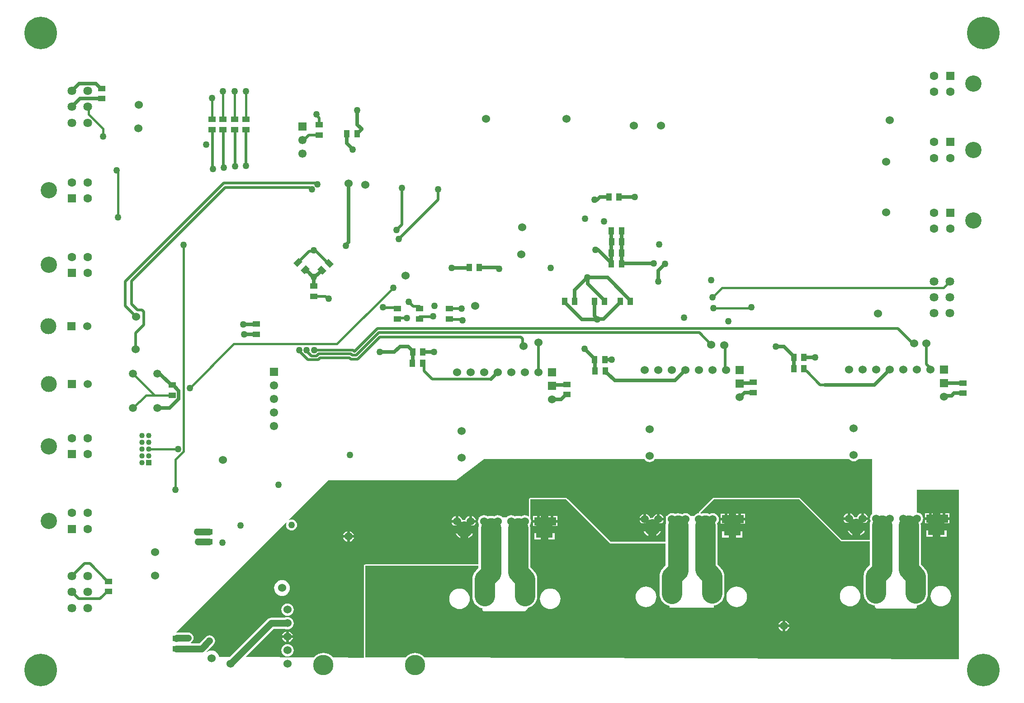
<source format=gbr>
%TF.GenerationSoftware,Altium Limited,Altium Designer,20.1.14 (287)*%
G04 Layer_Physical_Order=4*
G04 Layer_Color=16711680*
%FSLAX25Y25*%
%MOIN*%
%TF.SameCoordinates,420D9B4C-C7A0-47ED-81AF-82C992674030*%
%TF.FilePolarity,Positive*%
%TF.FileFunction,Copper,L4,Bot,Signal*%
%TF.Part,Single*%
G01*
G75*
%TA.AperFunction,SMDPad,CuDef*%
%ADD10R,0.04134X0.05512*%
%ADD11R,0.05512X0.04134*%
%TA.AperFunction,Conductor*%
%ADD26C,0.02500*%
%ADD27C,0.15000*%
%ADD28C,0.01500*%
%ADD29C,0.02000*%
%ADD30C,0.01600*%
%ADD31C,0.01700*%
%ADD34C,0.05000*%
%TA.AperFunction,ComponentPad*%
%ADD37C,0.12008*%
%ADD38C,0.06319*%
%ADD39R,0.06319X0.06319*%
%ADD40C,0.05000*%
%ADD41C,0.06000*%
%ADD42R,0.12000X0.12000*%
%ADD43C,0.12000*%
%ADD44R,0.06000X0.06000*%
%ADD45O,0.09900X0.26300*%
%ADD46C,0.15000*%
%ADD47C,0.10984*%
%ADD48C,0.06417*%
%ADD49C,0.05898*%
%ADD50R,0.06024X0.06024*%
%ADD51C,0.06024*%
%ADD52C,0.11811*%
%ADD53C,0.04000*%
%ADD54R,0.04000X0.04000*%
%ADD55C,0.06102*%
%ADD56R,0.06102X0.06102*%
%TA.AperFunction,ViaPad*%
%ADD57C,0.05000*%
%ADD58C,0.24000*%
%TA.AperFunction,SMDPad,CuDef*%
G04:AMPARAMS|DCode=59|XSize=55.12mil|YSize=41.34mil|CornerRadius=0mil|HoleSize=0mil|Usage=FLASHONLY|Rotation=45.000|XOffset=0mil|YOffset=0mil|HoleType=Round|Shape=Rectangle|*
%AMROTATEDRECTD59*
4,1,4,-0.00487,-0.03410,-0.03410,-0.00487,0.00487,0.03410,0.03410,0.00487,-0.00487,-0.03410,0.0*
%
%ADD59ROTATEDRECTD59*%

G04:AMPARAMS|DCode=60|XSize=55.12mil|YSize=41.34mil|CornerRadius=0mil|HoleSize=0mil|Usage=FLASHONLY|Rotation=315.000|XOffset=0mil|YOffset=0mil|HoleType=Round|Shape=Rectangle|*
%AMROTATEDRECTD60*
4,1,4,-0.03410,0.00487,-0.00487,0.03410,0.03410,-0.00487,0.00487,-0.03410,-0.03410,0.00487,0.0*
%
%ADD60ROTATEDRECTD60*%

G36*
X628000Y130070D02*
X627791Y129909D01*
X627069Y128969D01*
X626616Y127875D01*
X626461Y126700D01*
X626616Y125525D01*
X626889Y124865D01*
X626489Y123548D01*
X626316Y121783D01*
Y111000D01*
X605809D01*
X575088Y141721D01*
X574757Y141942D01*
X574367Y142020D01*
X511233Y142020D01*
X510843Y141942D01*
X510512Y141721D01*
X500596Y131805D01*
X500503Y131666D01*
X500402Y131535D01*
X500393Y131502D01*
X500374Y131474D01*
X500342Y131311D01*
X500299Y131150D01*
X500252Y131030D01*
X499996Y130727D01*
X499875Y130657D01*
X499325Y130584D01*
X498231Y130131D01*
X497291Y129409D01*
X496593Y128500D01*
X494407D01*
X493709Y129409D01*
X492769Y130131D01*
X491675Y130584D01*
X490500Y130739D01*
X489325Y130584D01*
X488231Y130131D01*
X488018Y129968D01*
X486623Y130391D01*
X484859Y130564D01*
X483095Y130391D01*
X482545Y130224D01*
X481675Y130584D01*
X480500Y130739D01*
X479325Y130584D01*
X478231Y130131D01*
X477291Y129409D01*
X476593Y128500D01*
X476000D01*
Y126495D01*
X475961Y126200D01*
X476000Y125905D01*
Y123320D01*
X475989Y123285D01*
X475816Y121521D01*
Y117903D01*
X475600Y117500D01*
Y109500D01*
X435500Y109500D01*
X417500Y127500D01*
X404000Y141000D01*
X403809D01*
X403088Y141721D01*
X402757Y141942D01*
X402367Y142020D01*
X376000Y142020D01*
X375610Y141942D01*
X375279Y141721D01*
X375058Y141390D01*
X374980Y141000D01*
X374980Y128650D01*
X374532Y128429D01*
X374269Y128631D01*
X373175Y129084D01*
X372000Y129239D01*
X370825Y129084D01*
X369731Y128631D01*
X369389Y128369D01*
X368623Y128601D01*
X366859Y128775D01*
X365095Y128601D01*
X364531Y128430D01*
X364269Y128631D01*
X363175Y129084D01*
X362000Y129239D01*
X360825Y129084D01*
X359731Y128631D01*
X358791Y127909D01*
X358476Y127500D01*
X355524Y127500D01*
X355209Y127909D01*
X354269Y128631D01*
X353175Y129084D01*
X352000Y129239D01*
X350825Y129084D01*
X349731Y128631D01*
X349359Y128345D01*
X348623Y128568D01*
X346859Y128742D01*
X345095Y128568D01*
X344562Y128407D01*
X344269Y128631D01*
X343175Y129084D01*
X342000Y129239D01*
X340825Y129084D01*
X339731Y128631D01*
X338791Y127909D01*
X338476Y127500D01*
X338000D01*
Y126802D01*
X337616Y125875D01*
X337461Y124700D01*
X337616Y123525D01*
X338000Y122598D01*
Y121498D01*
X337989Y121463D01*
X337816Y119699D01*
Y92887D01*
X254500D01*
X254110Y92809D01*
X253779Y92588D01*
X253720Y92500D01*
X253500D01*
Y91966D01*
X253480Y91867D01*
Y24500D01*
X253218Y24100D01*
X253122Y24003D01*
X230489Y24170D01*
X229895Y24895D01*
X228524Y26019D01*
X226961Y26855D01*
X225264Y27370D01*
X223500Y27544D01*
X221736Y27370D01*
X220039Y26855D01*
X218476Y26019D01*
X217105Y24895D01*
X216595Y24273D01*
X166502Y24644D01*
X166313Y25107D01*
X186671Y45465D01*
X194981D01*
X195825Y45116D01*
X197000Y44961D01*
X198175Y45116D01*
X199269Y45569D01*
X200209Y46291D01*
X200931Y47231D01*
X201384Y48325D01*
X201539Y49500D01*
X201384Y50675D01*
X200931Y51769D01*
X200209Y52709D01*
X199269Y53431D01*
X198175Y53884D01*
X197000Y54039D01*
X195825Y53884D01*
X194981Y53535D01*
X185000D01*
X185000Y53535D01*
X183956Y53397D01*
X182983Y52994D01*
X182147Y52353D01*
X182147Y52353D01*
X154527Y24733D01*
X146669Y24791D01*
X146384Y25730D01*
X145846Y26738D01*
X145121Y27621D01*
X144238Y28346D01*
X143230Y28884D01*
X142137Y29216D01*
X141000Y29328D01*
X139863Y29216D01*
X138770Y28884D01*
X137762Y28346D01*
X137743Y28330D01*
X137407Y28701D01*
X142353Y33647D01*
X142994Y34483D01*
X143397Y35456D01*
X143535Y36500D01*
X143397Y37544D01*
X142994Y38517D01*
X142353Y39353D01*
X141517Y39994D01*
X140544Y40397D01*
X139500Y40534D01*
X138456Y40397D01*
X137483Y39994D01*
X136647Y39353D01*
X132089Y34794D01*
X126022D01*
X125853Y35294D01*
X126487Y35781D01*
X127128Y36617D01*
X127531Y37590D01*
X127668Y38634D01*
X127531Y39678D01*
X127128Y40651D01*
X126487Y41487D01*
X125651Y42128D01*
X124678Y42531D01*
X123634Y42668D01*
X115375D01*
X115106Y43106D01*
X195928Y123928D01*
X196352Y123644D01*
X196103Y123044D01*
X195966Y122000D01*
X196103Y120956D01*
X196506Y119983D01*
X197147Y119147D01*
X197983Y118506D01*
X198956Y118103D01*
X200000Y117965D01*
X201044Y118103D01*
X202017Y118506D01*
X202853Y119147D01*
X203494Y119983D01*
X203897Y120956D01*
X204034Y122000D01*
X203897Y123044D01*
X203494Y124017D01*
X202853Y124853D01*
X202017Y125494D01*
X201044Y125897D01*
X200000Y126034D01*
X198956Y125897D01*
X198355Y125648D01*
X198072Y126072D01*
X227000Y155000D01*
X321440Y155000D01*
X341900Y170500D01*
X460246D01*
X460791Y169791D01*
X461731Y169069D01*
X462825Y168616D01*
X464000Y168461D01*
X465175Y168616D01*
X466269Y169069D01*
X467209Y169791D01*
X467754Y170500D01*
X611130D01*
X611291Y170291D01*
X612231Y169569D01*
X613325Y169116D01*
X614500Y168961D01*
X615675Y169116D01*
X616769Y169569D01*
X617709Y170291D01*
X617870Y170500D01*
X628000D01*
X628000Y130070D01*
D02*
G37*
G36*
X692000Y23206D02*
X691646Y22853D01*
X297951Y24217D01*
X297395Y24895D01*
X296024Y26019D01*
X294461Y26855D01*
X292764Y27370D01*
X291000Y27544D01*
X289236Y27370D01*
X287539Y26855D01*
X285976Y26019D01*
X284605Y24895D01*
X284088Y24265D01*
X254500Y24367D01*
Y91867D01*
X337816D01*
Y90352D01*
X335876Y88413D01*
X334752Y87042D01*
X333916Y85479D01*
X333401Y83783D01*
X333227Y82018D01*
X333227Y82018D01*
Y69498D01*
X333401Y67734D01*
X333916Y66038D01*
X334752Y64474D01*
X335876Y63104D01*
X337247Y61979D01*
X338810Y61143D01*
X340507Y60629D01*
X340600Y60619D01*
Y59367D01*
X340864Y58731D01*
X340907Y58687D01*
X341544Y58424D01*
X372000D01*
X372636Y58687D01*
X374136Y60187D01*
X374400Y60824D01*
Y60837D01*
X375520Y61176D01*
X377083Y62012D01*
X378454Y63137D01*
X379579Y64507D01*
X380414Y66071D01*
X380929Y67767D01*
X381103Y69532D01*
Y82051D01*
X381103Y82051D01*
X380929Y83815D01*
X380414Y85512D01*
X379579Y87076D01*
X378454Y88446D01*
X375903Y90997D01*
Y119731D01*
X375729Y121496D01*
X375583Y121977D01*
X375931Y122431D01*
X376384Y123525D01*
X376539Y124700D01*
X376384Y125875D01*
X376000Y126802D01*
X376000Y141000D01*
X402367Y141000D01*
X435000Y108367D01*
X475816Y108367D01*
Y92175D01*
X473876Y90235D01*
X472752Y88865D01*
X471916Y87301D01*
X471401Y85605D01*
X471228Y83841D01*
X471228Y83840D01*
Y71321D01*
X471401Y69557D01*
X471916Y67860D01*
X472752Y66296D01*
X473876Y64926D01*
X475247Y63801D01*
X476810Y62966D01*
X478507Y62451D01*
X478600Y62442D01*
Y61324D01*
X478789Y60867D01*
X511400D01*
Y62569D01*
X511824Y62611D01*
X513520Y63125D01*
X515084Y63961D01*
X516454Y65086D01*
X517579Y66456D01*
X518414Y68020D01*
X518929Y69716D01*
X519103Y71481D01*
Y84000D01*
X519103Y84000D01*
X518929Y85765D01*
X518414Y87461D01*
X517579Y89025D01*
X516454Y90395D01*
X513903Y92946D01*
Y121681D01*
X513766Y123065D01*
X514431Y123931D01*
X514884Y125025D01*
X515039Y126200D01*
X514884Y127375D01*
X514431Y128469D01*
X513709Y129409D01*
X512769Y130131D01*
X511675Y130584D01*
X510500Y130739D01*
X509325Y130584D01*
X508231Y130131D01*
X508167Y130082D01*
X506624Y130550D01*
X504859Y130724D01*
X503095Y130550D01*
X502322Y130316D01*
X501675Y130584D01*
X501477Y130610D01*
X501316Y131084D01*
X511233Y141000D01*
X574367Y141000D01*
X605500Y109867D01*
X626316Y109867D01*
Y92437D01*
X624376Y90498D01*
X623252Y89127D01*
X622416Y87564D01*
X621901Y85868D01*
X621728Y84103D01*
X621728Y84103D01*
Y71583D01*
X621901Y69819D01*
X622416Y68123D01*
X623252Y66559D01*
X624376Y65189D01*
X625747Y64064D01*
X627310Y63228D01*
X629007Y62714D01*
X630100Y62606D01*
Y61812D01*
X630364Y61176D01*
X630852Y60687D01*
X631488Y60424D01*
X660000D01*
X660900Y61324D01*
Y62544D01*
X661824Y62635D01*
X663520Y63149D01*
X665084Y63985D01*
X666454Y65110D01*
X667579Y66480D01*
X668414Y68044D01*
X668929Y69740D01*
X669103Y71504D01*
Y84024D01*
X669103Y84024D01*
X668929Y85788D01*
X668414Y87485D01*
X667579Y89048D01*
X666454Y90419D01*
X663903Y92970D01*
Y121704D01*
X663761Y123146D01*
X664209Y123491D01*
X664931Y124431D01*
X665384Y125525D01*
X665539Y126700D01*
X665384Y127875D01*
X664931Y128969D01*
X664209Y129909D01*
X663269Y130631D01*
X662175Y131084D01*
X661000Y131239D01*
X660900Y131326D01*
Y148000D01*
X692000Y148000D01*
X692000Y23206D01*
D02*
G37*
%LPC*%
G36*
X622000Y130603D02*
Y127700D01*
X624903D01*
X624897Y127744D01*
X624494Y128717D01*
X623853Y129553D01*
X623017Y130194D01*
X622044Y130597D01*
X622000Y130603D01*
D02*
G37*
G36*
X610000D02*
X609956Y130597D01*
X608983Y130194D01*
X608147Y129553D01*
X607506Y128717D01*
X607103Y127744D01*
X607097Y127700D01*
X610000D01*
Y130603D01*
D02*
G37*
G36*
X471500Y130103D02*
Y127200D01*
X474403D01*
X474397Y127244D01*
X473994Y128217D01*
X473353Y129053D01*
X472517Y129694D01*
X471544Y130097D01*
X471500Y130103D01*
D02*
G37*
G36*
X459500D02*
X459456Y130097D01*
X458483Y129694D01*
X457647Y129053D01*
X457006Y128217D01*
X456603Y127244D01*
X456597Y127200D01*
X459500D01*
Y130103D01*
D02*
G37*
G36*
X333000Y128603D02*
Y125700D01*
X335903D01*
X335897Y125744D01*
X335494Y126717D01*
X334853Y127553D01*
X334017Y128194D01*
X333044Y128597D01*
X333000Y128603D01*
D02*
G37*
G36*
X321000D02*
X320956Y128597D01*
X319983Y128194D01*
X319147Y127553D01*
X318506Y126717D01*
X318103Y125744D01*
X318097Y125700D01*
X321000D01*
Y128603D01*
D02*
G37*
G36*
X612000Y130603D02*
Y126700D01*
X611000D01*
Y125700D01*
X607097D01*
X607103Y125656D01*
X607506Y124683D01*
X608147Y123847D01*
X608339Y123700D01*
X616400D01*
X623661D01*
X623853Y123847D01*
X624494Y124683D01*
X624897Y125656D01*
X624903Y125700D01*
X621000D01*
Y126700D01*
X620000D01*
Y130603D01*
X619956Y130597D01*
X618983Y130194D01*
X618147Y129553D01*
X617506Y128717D01*
X617103Y127744D01*
X617093Y127666D01*
X616400Y127734D01*
X615028Y127599D01*
X614906Y127677D01*
X614897Y127744D01*
X614494Y128717D01*
X613853Y129553D01*
X613017Y130194D01*
X612044Y130597D01*
X612000Y130603D01*
D02*
G37*
G36*
X461500Y130103D02*
Y126200D01*
X460500D01*
Y125200D01*
X456597D01*
X456603Y125156D01*
X457006Y124183D01*
X457647Y123347D01*
X457839Y123200D01*
X465900D01*
X473161D01*
X473353Y123347D01*
X473994Y124183D01*
X474397Y125156D01*
X474403Y125200D01*
X470500D01*
Y126200D01*
X469500D01*
Y130103D01*
X469456Y130097D01*
X468483Y129694D01*
X467647Y129053D01*
X467006Y128217D01*
X466603Y127244D01*
X466593Y127166D01*
X465900Y127234D01*
X464528Y127099D01*
X464406Y127177D01*
X464397Y127244D01*
X463994Y128217D01*
X463353Y129053D01*
X462517Y129694D01*
X461544Y130097D01*
X461500Y130103D01*
D02*
G37*
G36*
X323000Y128603D02*
Y124700D01*
X322000D01*
Y123700D01*
X318097D01*
X318103Y123656D01*
X318506Y122683D01*
X319147Y121847D01*
X319339Y121700D01*
X327400D01*
X334661D01*
X334853Y121847D01*
X335494Y122683D01*
X335897Y123656D01*
X335903Y123700D01*
X332000D01*
Y124700D01*
X331000D01*
Y128603D01*
X330956Y128597D01*
X329983Y128194D01*
X329147Y127553D01*
X328506Y126717D01*
X328103Y125744D01*
X328093Y125666D01*
X327400Y125734D01*
X326028Y125599D01*
X325906Y125677D01*
X325897Y125744D01*
X325494Y126717D01*
X324853Y127553D01*
X324017Y128194D01*
X323044Y128597D01*
X323000Y128603D01*
D02*
G37*
G36*
X243000Y117403D02*
Y114500D01*
X245903D01*
X245897Y114544D01*
X245494Y115517D01*
X244853Y116353D01*
X244017Y116994D01*
X243044Y117397D01*
X243000Y117403D01*
D02*
G37*
G36*
X241000D02*
X240956Y117397D01*
X239983Y116994D01*
X239147Y116353D01*
X238506Y115517D01*
X238103Y114544D01*
X238097Y114500D01*
X241000D01*
Y117403D01*
D02*
G37*
G36*
X622734Y117700D02*
X619400D01*
Y114366D01*
X620308Y114851D01*
X621374Y115726D01*
X622248Y116792D01*
X622734Y117700D01*
D02*
G37*
G36*
X613400D02*
X610066D01*
X610552Y116792D01*
X611426Y115726D01*
X612492Y114851D01*
X613400Y114366D01*
Y117700D01*
D02*
G37*
G36*
X472234Y117200D02*
X468900D01*
Y113866D01*
X469808Y114351D01*
X470874Y115226D01*
X471748Y116292D01*
X472234Y117200D01*
D02*
G37*
G36*
X462900D02*
X459566D01*
X460052Y116292D01*
X460926Y115226D01*
X461992Y114351D01*
X462900Y113866D01*
Y117200D01*
D02*
G37*
G36*
X333734Y115700D02*
X330400D01*
Y112366D01*
X331308Y112852D01*
X332374Y113726D01*
X333248Y114792D01*
X333734Y115700D01*
D02*
G37*
G36*
X324400D02*
X321066D01*
X321551Y114792D01*
X322426Y113726D01*
X323492Y112852D01*
X324400Y112366D01*
Y115700D01*
D02*
G37*
G36*
X245903Y112500D02*
X243000D01*
Y109597D01*
X243044Y109603D01*
X244017Y110006D01*
X244853Y110647D01*
X245494Y111483D01*
X245897Y112456D01*
X245903Y112500D01*
D02*
G37*
G36*
X241000D02*
X238097D01*
X238103Y112456D01*
X238506Y111483D01*
X239147Y110647D01*
X239983Y110006D01*
X240956Y109603D01*
X241000Y109597D01*
Y112500D01*
D02*
G37*
G36*
X193000Y81328D02*
X191863Y81216D01*
X190770Y80884D01*
X189762Y80346D01*
X188879Y79621D01*
X188154Y78738D01*
X187616Y77730D01*
X187284Y76637D01*
X187172Y75500D01*
X187284Y74363D01*
X187616Y73270D01*
X188154Y72262D01*
X188879Y71379D01*
X189762Y70654D01*
X190770Y70116D01*
X191863Y69784D01*
X193000Y69672D01*
X194137Y69784D01*
X195230Y70116D01*
X196238Y70654D01*
X197121Y71379D01*
X197846Y72262D01*
X198384Y73270D01*
X198716Y74363D01*
X198828Y75500D01*
X198716Y76637D01*
X198384Y77730D01*
X197846Y78738D01*
X197121Y79621D01*
X196238Y80346D01*
X195230Y80884D01*
X194137Y81216D01*
X193000Y81328D01*
D02*
G37*
G36*
X197000Y64039D02*
X195825Y63884D01*
X194731Y63431D01*
X193791Y62709D01*
X193069Y61769D01*
X192616Y60675D01*
X192461Y59500D01*
X192616Y58325D01*
X193069Y57231D01*
X193791Y56291D01*
X194731Y55569D01*
X195825Y55116D01*
X197000Y54961D01*
X198175Y55116D01*
X199269Y55569D01*
X200209Y56291D01*
X200931Y57231D01*
X201384Y58325D01*
X201539Y59500D01*
X201384Y60675D01*
X200931Y61769D01*
X200209Y62709D01*
X199269Y63431D01*
X198175Y63884D01*
X197000Y64039D01*
D02*
G37*
G36*
X198000Y43403D02*
Y40500D01*
X200903D01*
X200897Y40544D01*
X200494Y41517D01*
X199853Y42353D01*
X199017Y42994D01*
X198044Y43397D01*
X198000Y43403D01*
D02*
G37*
G36*
X196000D02*
X195956Y43397D01*
X194983Y42994D01*
X194147Y42353D01*
X193506Y41517D01*
X193103Y40544D01*
X193097Y40500D01*
X196000D01*
Y43403D01*
D02*
G37*
G36*
X200903Y38500D02*
X198000D01*
Y35597D01*
X198044Y35603D01*
X199017Y36006D01*
X199853Y36647D01*
X200494Y37483D01*
X200897Y38456D01*
X200903Y38500D01*
D02*
G37*
G36*
X196000D02*
X193097D01*
X193103Y38456D01*
X193506Y37483D01*
X194147Y36647D01*
X194983Y36006D01*
X195956Y35603D01*
X196000Y35597D01*
Y38500D01*
D02*
G37*
G36*
X197000Y34039D02*
X195825Y33884D01*
X194731Y33431D01*
X193791Y32709D01*
X193069Y31769D01*
X192616Y30675D01*
X192461Y29500D01*
X192616Y28325D01*
X193069Y27231D01*
X193791Y26291D01*
X194731Y25569D01*
X195825Y25116D01*
X197000Y24961D01*
X198175Y25116D01*
X199269Y25569D01*
X200209Y26291D01*
X200931Y27231D01*
X201384Y28325D01*
X201539Y29500D01*
X201384Y30675D01*
X200931Y31769D01*
X200209Y32709D01*
X199269Y33431D01*
X198175Y33884D01*
X197000Y34039D01*
D02*
G37*
G36*
X685000Y130700D02*
X682000D01*
Y127700D01*
X685000D01*
Y130700D01*
D02*
G37*
G36*
X670000D02*
X667000D01*
Y127700D01*
X670000D01*
Y130700D01*
D02*
G37*
G36*
X534500Y130200D02*
X531500D01*
Y127200D01*
X534500D01*
Y130200D01*
D02*
G37*
G36*
X519500D02*
X516500D01*
Y127200D01*
X519500D01*
Y130200D01*
D02*
G37*
G36*
X396000Y128700D02*
X393000D01*
Y125700D01*
X396000D01*
Y128700D01*
D02*
G37*
G36*
X381000D02*
X378000D01*
Y125700D01*
X381000D01*
Y128700D01*
D02*
G37*
G36*
X680000Y130700D02*
X678250D01*
Y123450D01*
X685000D01*
Y125700D01*
X681000D01*
Y126700D01*
X680000D01*
Y130700D01*
D02*
G37*
G36*
X672750D02*
X672000D01*
Y126700D01*
X671000D01*
Y125700D01*
X667000D01*
Y123450D01*
X672750D01*
Y130700D01*
D02*
G37*
G36*
X529500Y130200D02*
X527750D01*
Y122950D01*
X534500D01*
Y125200D01*
X530500D01*
Y126200D01*
X529500D01*
Y130200D01*
D02*
G37*
G36*
X522250D02*
X521500D01*
Y126200D01*
X520500D01*
Y125200D01*
X516500D01*
Y122950D01*
X522250D01*
Y130200D01*
D02*
G37*
G36*
X391000Y128700D02*
X389250D01*
Y121450D01*
X396000D01*
Y123700D01*
X392000D01*
Y124700D01*
X391000D01*
Y128700D01*
D02*
G37*
G36*
X383750D02*
X383000D01*
Y124700D01*
X382000D01*
Y123700D01*
X378000D01*
Y121450D01*
X383750D01*
Y128700D01*
D02*
G37*
G36*
X683000Y117950D02*
X678250D01*
Y113200D01*
X683000D01*
Y117950D01*
D02*
G37*
G36*
X672750D02*
X668000D01*
Y113200D01*
X672750D01*
Y117950D01*
D02*
G37*
G36*
X532500Y117450D02*
X527750D01*
Y112700D01*
X532500D01*
Y117450D01*
D02*
G37*
G36*
X522250D02*
X517500D01*
Y112700D01*
X522250D01*
Y117450D01*
D02*
G37*
G36*
X394000Y115950D02*
X389250D01*
Y111200D01*
X394000D01*
Y115950D01*
D02*
G37*
G36*
X383750D02*
X379000D01*
Y111200D01*
X383750D01*
Y115950D01*
D02*
G37*
G36*
X678701Y77115D02*
X677218Y76969D01*
X675793Y76537D01*
X674479Y75835D01*
X673327Y74889D01*
X672382Y73738D01*
X671680Y72424D01*
X671247Y70998D01*
X671101Y69516D01*
X671247Y68033D01*
X671680Y66607D01*
X672382Y65294D01*
X673327Y64142D01*
X674479Y63197D01*
X675793Y62495D01*
X677218Y62062D01*
X678701Y61916D01*
X680183Y62062D01*
X681609Y62495D01*
X682923Y63197D01*
X684074Y64142D01*
X685020Y65294D01*
X685722Y66607D01*
X686154Y68033D01*
X686300Y69516D01*
X686154Y70998D01*
X685722Y72424D01*
X685020Y73738D01*
X684074Y74889D01*
X682923Y75835D01*
X681609Y76537D01*
X680183Y76969D01*
X678701Y77115D01*
D02*
G37*
G36*
X611811D02*
X610328Y76969D01*
X608903Y76537D01*
X607589Y75835D01*
X606437Y74889D01*
X605492Y73738D01*
X604790Y72424D01*
X604357Y70998D01*
X604211Y69516D01*
X604357Y68033D01*
X604790Y66607D01*
X605492Y65294D01*
X606437Y64142D01*
X607589Y63197D01*
X608903Y62495D01*
X610328Y62062D01*
X611811Y61916D01*
X613294Y62062D01*
X614719Y62495D01*
X616033Y63197D01*
X617185Y64142D01*
X618130Y65294D01*
X618832Y66607D01*
X619265Y68033D01*
X619411Y69516D01*
X619265Y70998D01*
X618832Y72424D01*
X618130Y73738D01*
X617185Y74889D01*
X616033Y75835D01*
X614719Y76537D01*
X613294Y76969D01*
X611811Y77115D01*
D02*
G37*
G36*
X528189Y76615D02*
X526706Y76469D01*
X525281Y76037D01*
X523967Y75335D01*
X522815Y74389D01*
X521870Y73238D01*
X521168Y71924D01*
X520735Y70498D01*
X520589Y69016D01*
X520735Y67533D01*
X521168Y66107D01*
X521870Y64794D01*
X522815Y63642D01*
X523967Y62697D01*
X525281Y61995D01*
X526706Y61562D01*
X528189Y61416D01*
X529672Y61562D01*
X531097Y61995D01*
X532411Y62697D01*
X533563Y63642D01*
X534508Y64794D01*
X535210Y66107D01*
X535642Y67533D01*
X535789Y69016D01*
X535642Y70498D01*
X535210Y71924D01*
X534508Y73238D01*
X533563Y74389D01*
X532411Y75335D01*
X531097Y76037D01*
X529672Y76469D01*
X528189Y76615D01*
D02*
G37*
G36*
X461299D02*
X459817Y76469D01*
X458391Y76037D01*
X457077Y75335D01*
X455926Y74389D01*
X454980Y73238D01*
X454278Y71924D01*
X453846Y70498D01*
X453700Y69016D01*
X453846Y67533D01*
X454278Y66107D01*
X454980Y64794D01*
X455926Y63642D01*
X457077Y62697D01*
X458391Y61995D01*
X459817Y61562D01*
X461299Y61416D01*
X462782Y61562D01*
X464207Y61995D01*
X465521Y62697D01*
X466673Y63642D01*
X467618Y64794D01*
X468320Y66107D01*
X468753Y67533D01*
X468899Y69016D01*
X468753Y70498D01*
X468320Y71924D01*
X467618Y73238D01*
X466673Y74389D01*
X465521Y75335D01*
X464207Y76037D01*
X462782Y76469D01*
X461299Y76615D01*
D02*
G37*
G36*
X390701Y75115D02*
X389218Y74969D01*
X387793Y74537D01*
X386479Y73835D01*
X385327Y72890D01*
X384382Y71738D01*
X383680Y70424D01*
X383247Y68998D01*
X383101Y67516D01*
X383247Y66033D01*
X383680Y64608D01*
X384382Y63294D01*
X385327Y62142D01*
X386479Y61197D01*
X387793Y60495D01*
X389218Y60062D01*
X390701Y59916D01*
X392183Y60062D01*
X393609Y60495D01*
X394923Y61197D01*
X396075Y62142D01*
X397020Y63294D01*
X397722Y64608D01*
X398154Y66033D01*
X398300Y67516D01*
X398154Y68998D01*
X397722Y70424D01*
X397020Y71738D01*
X396075Y72890D01*
X394923Y73835D01*
X393609Y74537D01*
X392183Y74969D01*
X390701Y75115D01*
D02*
G37*
G36*
X323811D02*
X322328Y74969D01*
X320903Y74537D01*
X319589Y73835D01*
X318437Y72890D01*
X317492Y71738D01*
X316790Y70424D01*
X316357Y68998D01*
X316212Y67516D01*
X316357Y66033D01*
X316790Y64608D01*
X317492Y63294D01*
X318437Y62142D01*
X319589Y61197D01*
X320903Y60495D01*
X322328Y60062D01*
X323811Y59916D01*
X325294Y60062D01*
X326719Y60495D01*
X328033Y61197D01*
X329185Y62142D01*
X330130Y63294D01*
X330832Y64608D01*
X331265Y66033D01*
X331411Y67516D01*
X331265Y68998D01*
X330832Y70424D01*
X330130Y71738D01*
X329185Y72890D01*
X328033Y73835D01*
X326719Y74537D01*
X325294Y74969D01*
X323811Y75115D01*
D02*
G37*
G36*
X564000Y51403D02*
Y48500D01*
X566903D01*
X566897Y48544D01*
X566494Y49517D01*
X565853Y50353D01*
X565017Y50994D01*
X564044Y51397D01*
X564000Y51403D01*
D02*
G37*
G36*
X562000D02*
X561956Y51397D01*
X560983Y50994D01*
X560147Y50353D01*
X559506Y49517D01*
X559103Y48544D01*
X559097Y48500D01*
X562000D01*
Y51403D01*
D02*
G37*
G36*
X566903Y46500D02*
X564000D01*
Y43597D01*
X564044Y43603D01*
X565017Y44006D01*
X565853Y44647D01*
X566494Y45483D01*
X566897Y46456D01*
X566903Y46500D01*
D02*
G37*
G36*
X562000D02*
X559097D01*
X559103Y46456D01*
X559506Y45483D01*
X560147Y44647D01*
X560983Y44006D01*
X561956Y43603D01*
X562000Y43597D01*
Y46500D01*
D02*
G37*
%LPD*%
D10*
X442260Y287000D02*
D03*
X449740D02*
D03*
X423260D02*
D03*
X430740D02*
D03*
X401260D02*
D03*
X408740D02*
D03*
X248240Y410500D02*
D03*
X240760D02*
D03*
X570291Y237366D02*
D03*
X577772D02*
D03*
X577772Y245634D02*
D03*
X570291D02*
D03*
X430980Y244000D02*
D03*
X423500D02*
D03*
X423760Y235500D02*
D03*
X431240D02*
D03*
X296683Y249683D02*
D03*
X289203D02*
D03*
X289183Y241183D02*
D03*
X296663D02*
D03*
X443240Y322500D02*
D03*
X435760D02*
D03*
X443240Y314500D02*
D03*
X435760D02*
D03*
X435760Y339000D02*
D03*
X443240D02*
D03*
X443480Y331000D02*
D03*
X436000D02*
D03*
X434020Y364000D02*
D03*
X441500D02*
D03*
X338480Y312000D02*
D03*
X331000D02*
D03*
D11*
X403000Y218260D02*
D03*
Y225740D02*
D03*
X65000Y80480D02*
D03*
Y73000D02*
D03*
X540500Y219760D02*
D03*
Y227240D02*
D03*
X316500Y281500D02*
D03*
Y274020D02*
D03*
X294500D02*
D03*
Y281500D02*
D03*
X220500Y409760D02*
D03*
Y417240D02*
D03*
X278000Y274020D02*
D03*
Y281500D02*
D03*
X695000Y226740D02*
D03*
Y219260D02*
D03*
X158000Y421240D02*
D03*
Y413760D02*
D03*
X166500Y421240D02*
D03*
Y413760D02*
D03*
X149500Y421240D02*
D03*
Y413760D02*
D03*
X141500Y421240D02*
D03*
Y413760D02*
D03*
X216500Y290760D02*
D03*
Y298240D02*
D03*
X60000Y436520D02*
D03*
Y444000D02*
D03*
X174000Y270240D02*
D03*
Y262760D02*
D03*
X115000Y30760D02*
D03*
Y38240D02*
D03*
X139000Y109520D02*
D03*
Y117000D02*
D03*
X112000Y225240D02*
D03*
Y217760D02*
D03*
D26*
X470500Y309500D02*
X475500Y314500D01*
X470500Y301500D02*
Y309500D01*
X330778Y311778D02*
X331000Y312000D01*
X318278Y311778D02*
X330778D01*
X318055Y311555D02*
X318278Y311778D01*
X431240Y234811D02*
Y235500D01*
Y234811D02*
X432057Y233994D01*
X432746D01*
X438240Y228500D01*
X482800D01*
X285886Y253689D02*
X289203Y250372D01*
X279898Y253689D02*
X285886D01*
X275709Y249500D02*
X279898Y253689D01*
X265000Y249500D02*
X275709D01*
X443240Y314500D02*
Y339000D01*
X435760Y315189D02*
Y339000D01*
X563114Y253500D02*
X570291Y246323D01*
X557000Y253500D02*
X563114D01*
X116806Y214844D02*
Y221123D01*
X111311Y225240D02*
X111700D01*
X112689D02*
X116806Y221123D01*
X100858Y208205D02*
X110167D01*
X112000Y225240D02*
X112689D01*
X110167Y208205D02*
X116806Y214844D01*
X442260Y286311D02*
Y287000D01*
X429927Y273978D02*
X442260Y286311D01*
X425978Y273978D02*
X429927D01*
X425500Y273500D02*
X425978Y273978D01*
X423260Y276417D02*
Y287000D01*
Y276417D02*
X425500Y274177D01*
Y273500D02*
Y274177D01*
X401260Y286311D02*
Y287000D01*
Y286311D02*
X414071Y273500D01*
X425500D01*
X430500Y286000D02*
Y287929D01*
X449740Y287000D02*
Y287689D01*
X432929Y304500D02*
X449740Y287689D01*
X418000Y304500D02*
X432929D01*
X408740Y287000D02*
Y295240D01*
X418000Y304500D01*
X418478Y299951D02*
X430500Y287929D01*
X418478Y299951D02*
Y304022D01*
X418000Y304500D02*
X418478Y304022D01*
X430740Y286240D02*
Y287000D01*
X430500Y286000D02*
X430740Y286240D01*
X242000Y330677D02*
Y374000D01*
X240000Y328677D02*
X242000Y330677D01*
X240000Y328000D02*
Y328677D01*
X248500Y417240D02*
X251557Y414183D01*
Y413817D02*
Y414183D01*
X249746Y412006D02*
X251557Y413817D01*
X248500Y417240D02*
Y428000D01*
X249057Y412006D02*
X249746D01*
X248240Y411189D02*
X249057Y412006D01*
X240760Y403599D02*
Y410500D01*
Y403599D02*
X245000Y399359D01*
Y399000D02*
Y399359D01*
X248240Y410500D02*
Y411189D01*
X38008Y430500D02*
X44028Y436520D01*
X60000D01*
X59311Y444000D02*
X60000D01*
X55741Y447570D02*
X59311Y444000D01*
X43266Y447570D02*
X55741D01*
X38008Y442311D02*
X43266Y447570D01*
X425949Y325000D02*
X435760Y315189D01*
X424000Y325000D02*
X425949D01*
X443740Y315000D02*
X467000D01*
X443240Y314500D02*
X443740Y315000D01*
X443240Y314500D02*
X443240Y314500D01*
X435760Y315189D02*
X435760Y315189D01*
Y314500D02*
Y315189D01*
X435760Y314500D02*
X435760Y314500D01*
X425250Y362000D02*
X427250Y364000D01*
X434020D01*
X423500Y362000D02*
X425250D01*
X441500Y364000D02*
X453000D01*
X694980Y226720D02*
X695000Y226740D01*
X681020Y226720D02*
X694980D01*
X681000Y226700D02*
X681020Y226720D01*
X681000Y216700D02*
X681670Y217370D01*
X686604D01*
X688494Y219260D01*
X695000D01*
X539980Y226720D02*
X540500Y227240D01*
X531020Y226720D02*
X539980D01*
X530500Y226200D02*
X531020Y226720D01*
X530500Y216200D02*
X534060Y219760D01*
X540500D01*
X402480Y225220D02*
X403000Y225740D01*
X392520Y225220D02*
X402480D01*
X392000Y224700D02*
X392520Y225220D01*
X392000Y214700D02*
X398751D01*
X402311Y218260D01*
X403000D01*
X338480Y312000D02*
X351324D01*
X352324Y311000D01*
X353000D01*
X173870Y262630D02*
X174000Y262760D01*
X165130Y262630D02*
X173870D01*
X165000Y262500D02*
X165130Y262630D01*
X173880Y270120D02*
X174000Y270240D01*
X164620Y270120D02*
X173880D01*
X164500Y270000D02*
X164620Y270120D01*
X222368Y308842D02*
X222855Y308355D01*
X221213Y308842D02*
X222368D01*
X220726Y308355D02*
X221213Y308842D01*
X220532Y308355D02*
X220726D01*
X217177Y305000D02*
X220532Y308355D01*
X216500Y305000D02*
X217177D01*
X211145Y308855D02*
X211968D01*
X215824Y305000D01*
X216500D01*
Y298240D02*
Y305000D01*
X103406Y233145D02*
X111311Y225240D01*
X101508Y233145D02*
X103406D01*
X100858Y233795D02*
X101508Y233145D01*
X570291Y245634D02*
Y246323D01*
Y237366D02*
Y245634D01*
X593272Y225366D02*
X629666D01*
X641000Y236700D01*
X577772Y245634D02*
X585866D01*
X430980Y244000D02*
X436000D01*
X482800Y228500D02*
X490500Y236200D01*
X416167Y252022D02*
X423500Y244689D01*
Y244000D02*
Y244689D01*
X423630Y235630D02*
Y243870D01*
X423500Y244000D02*
X423630Y243870D01*
X346950Y229650D02*
X352000Y234700D01*
X296683Y249683D02*
X305183D01*
X289203D02*
Y250372D01*
X289193Y241193D02*
Y249673D01*
X289203Y249683D01*
D27*
X654859Y89224D02*
X660059Y84024D01*
X654859Y89224D02*
Y121704D01*
X660059Y71504D02*
Y84024D01*
X635359Y88691D02*
Y121783D01*
X630771Y71583D02*
Y84103D01*
X635359Y88691D01*
X504859Y89200D02*
X510059Y84000D01*
X504859Y89200D02*
Y121681D01*
X510059Y71481D02*
Y84000D01*
X480271Y83841D02*
X484859Y88429D01*
Y121521D01*
X480271Y71321D02*
Y83841D01*
X366859Y87251D02*
X372059Y82051D01*
Y69532D02*
Y82051D01*
X366859Y87251D02*
Y119731D01*
X346859Y86606D02*
Y119699D01*
X342271Y69498D02*
Y82018D01*
X346859Y86606D01*
D28*
X49819Y430500D02*
X50196Y430123D01*
Y425041D02*
Y430123D01*
Y425041D02*
X61000Y414238D01*
Y408500D02*
Y414238D01*
X72000Y349000D02*
Y382500D01*
X71000Y383500D02*
Y383500D01*
Y383500D02*
X72000Y382500D01*
X120486Y176350D02*
Y328458D01*
X120514Y328486D01*
X114500Y170364D02*
X120486Y176350D01*
X114500Y148000D02*
Y170364D01*
X233500Y255500D02*
X275000Y297000D01*
X157500Y255500D02*
X233500D01*
X125000Y223000D02*
X157500Y255500D01*
X166500Y421240D02*
Y442000D01*
X158000Y421240D02*
Y442000D01*
X149500Y421240D02*
Y442000D01*
X141500Y421240D02*
Y437000D01*
X94823Y178028D02*
X116436D01*
X92697Y217760D02*
X99177D01*
X112000D01*
X83142Y233795D02*
X99177Y217760D01*
X83142Y208205D02*
X92697Y217760D01*
D29*
X77500Y283500D02*
Y301500D01*
X150182Y374182D02*
X218096D01*
X77500Y301500D02*
X150182Y374182D01*
X82000Y285000D02*
Y302000D01*
X151000Y371000D02*
X213500D01*
X82000Y302000D02*
X151000Y371000D01*
X577772Y236677D02*
Y237366D01*
Y236677D02*
X578839Y235610D01*
X579528D01*
X589772Y225366D01*
X593272D01*
X297712Y235500D02*
X303562Y229650D01*
X346950D01*
X265120Y260701D02*
X369000D01*
X248820Y244400D02*
X265120Y260701D01*
X369000D02*
X370235Y259466D01*
X296663Y241183D02*
X297712Y240134D01*
Y235500D02*
Y240134D01*
X38008Y72500D02*
X43016Y67491D01*
X58802D01*
X64311Y73000D01*
X65000D01*
X38008Y84311D02*
X47197Y93500D01*
X51291D01*
X64311Y80480D02*
X65000D01*
X51291Y93500D02*
X64311Y80480D01*
X216500Y290760D02*
X224928D01*
X226688Y289000D01*
X227500D01*
X217312Y324500D02*
X227312Y314500D01*
X204855Y315645D02*
X213137Y323926D01*
X215926D01*
X216500Y324500D01*
X227312Y314500D02*
X228289D01*
X216500Y324500D02*
X217312D01*
X227645Y315145D02*
X228289Y314500D01*
X213500Y371000D02*
X215000Y369500D01*
X218096Y374182D02*
X218889Y373389D01*
X211126Y250419D02*
X214845Y246700D01*
X221067Y245400D02*
X242686D01*
X244846Y247200D02*
X247660D01*
X242686Y245400D02*
X243686Y244400D01*
X218407Y246700D02*
X219907Y248200D01*
X212145Y243900D02*
X219567D01*
X214845Y246700D02*
X218407D01*
X219567Y243900D02*
X221067Y245400D01*
X205626Y250419D02*
X212145Y243900D01*
X219907Y248200D02*
X243846D01*
X244846Y247200D01*
X316500Y274020D02*
X317010Y273510D01*
X325490D01*
X326000Y273000D01*
X277870Y282370D02*
X278000Y282240D01*
X267630Y282370D02*
X277870D01*
X267500Y282500D02*
X267630Y282370D01*
X316500Y281500D02*
X325500D01*
X278000Y274760D02*
X278130Y274630D01*
X284870D01*
X285000Y274500D01*
X294630Y275630D02*
X304130D01*
X304500Y276000D01*
X294500Y275760D02*
X294630Y275630D01*
X289760Y283240D02*
X294500D01*
X286500Y286500D02*
X289760Y283240D01*
X77500Y283500D02*
X85500Y275500D01*
X89828Y280500D02*
X91000Y279328D01*
X86500Y280500D02*
X89828D01*
X91000Y269541D02*
Y279328D01*
X85000Y263541D02*
X91000Y269541D01*
X85000Y251500D02*
Y263541D01*
X82000Y285000D02*
X86500Y280500D01*
X279000Y333000D02*
X308000Y362000D01*
Y369500D01*
X281500Y343570D02*
Y370500D01*
X277465Y339535D02*
X281500Y343570D01*
X212798Y409760D02*
X220500D01*
X209038Y406000D02*
X212798Y409760D01*
X208000Y406000D02*
X209038D01*
X220500Y417240D02*
Y422307D01*
X218500Y424307D02*
X220500Y422307D01*
X218500Y424307D02*
Y425000D01*
X141500Y413760D02*
X141750Y413510D01*
Y384750D02*
Y413510D01*
Y384750D02*
X142000Y384500D01*
X149500Y413760D02*
X149750Y413510D01*
Y385750D02*
Y413510D01*
Y385750D02*
X150000Y385500D01*
X158000Y413760D02*
X158250Y413510D01*
Y386750D02*
Y413510D01*
Y386750D02*
X158500Y386500D01*
X166500Y387000D02*
Y413760D01*
X166500Y387000D02*
X166500Y387000D01*
X658000Y256000D02*
X659000D01*
X647000Y267000D02*
X658000Y256000D01*
X263500Y267000D02*
X647000D01*
X500650Y263850D02*
X509500Y255000D01*
Y255000D02*
Y255000D01*
X264310Y263850D02*
X500650D01*
X246500Y250000D02*
X263500Y267000D01*
X216626Y251000D02*
X245500D01*
X246500Y250000D01*
X247660Y247200D02*
X264310Y263850D01*
X211126Y250419D02*
Y251000D01*
X370235Y254765D02*
X371000Y254000D01*
X370235Y254765D02*
Y259466D01*
X243686Y244400D02*
X248820D01*
X205626Y250419D02*
Y251000D01*
X668000Y240782D02*
Y256000D01*
Y240782D02*
X671000Y237782D01*
Y236700D02*
Y237782D01*
X519000Y254500D02*
X519750Y253750D01*
Y236950D02*
Y253750D01*
Y236950D02*
X520500Y236200D01*
X382000Y234700D02*
Y256500D01*
D30*
X538500Y282000D02*
X539000Y282500D01*
X511000Y282000D02*
X538500D01*
D31*
X680633Y296952D02*
X685492Y301811D01*
X510500Y290000D02*
X517452Y296952D01*
X680633D01*
D34*
X115000Y30760D02*
X133760D01*
X139500Y36500D01*
X155000Y19500D02*
X185000Y49500D01*
X197000D01*
X131020Y109520D02*
X139000D01*
X130500Y117000D02*
X139000D01*
X115000Y38240D02*
Y38378D01*
X115256Y38634D01*
X123634D01*
D37*
X20856Y313819D02*
D03*
Y368895D02*
D03*
Y180093D02*
D03*
Y125017D02*
D03*
X702644Y447500D02*
D03*
Y398594D02*
D03*
Y346500D02*
D03*
D38*
X49675Y319724D02*
D03*
Y307913D02*
D03*
X37864Y319724D02*
D03*
Y374800D02*
D03*
X49675Y362989D02*
D03*
Y374800D02*
D03*
Y185998D02*
D03*
Y174187D02*
D03*
X37864Y185998D02*
D03*
X49675Y130923D02*
D03*
Y119112D02*
D03*
X37864Y130923D02*
D03*
X685636Y441595D02*
D03*
X673825Y453406D02*
D03*
Y441595D02*
D03*
X685636Y392689D02*
D03*
X673825Y404500D02*
D03*
Y392689D02*
D03*
X685636Y340595D02*
D03*
X673825Y352406D02*
D03*
Y340595D02*
D03*
D39*
X37864Y307913D02*
D03*
Y362989D02*
D03*
Y174187D02*
D03*
Y119112D02*
D03*
X685636Y453406D02*
D03*
Y404500D02*
D03*
Y352406D02*
D03*
D40*
X200000Y122000D02*
D03*
X162500Y121500D02*
D03*
D41*
X325500Y171500D02*
D03*
Y191200D02*
D03*
X392000Y214700D02*
D03*
X382000Y234700D02*
D03*
X372000D02*
D03*
X362000D02*
D03*
X352000D02*
D03*
X342000D02*
D03*
X332000D02*
D03*
X322000D02*
D03*
Y124700D02*
D03*
X332000D02*
D03*
X342000D02*
D03*
X352000D02*
D03*
X362000D02*
D03*
X372000D02*
D03*
X149500Y170000D02*
D03*
X452500Y416500D02*
D03*
X242000Y113500D02*
D03*
X472500Y416500D02*
D03*
X563000Y47500D02*
D03*
X85500Y275500D02*
D03*
X614500Y173500D02*
D03*
Y193200D02*
D03*
X681000Y216700D02*
D03*
X671000Y236700D02*
D03*
X661000D02*
D03*
X651000D02*
D03*
X641000D02*
D03*
X631000D02*
D03*
X621000D02*
D03*
X611000D02*
D03*
Y126700D02*
D03*
X621000D02*
D03*
X631000D02*
D03*
X641000D02*
D03*
X651000D02*
D03*
X661000D02*
D03*
X254500Y373000D02*
D03*
X242000Y374000D02*
D03*
X659000Y256000D02*
D03*
X509500Y255000D02*
D03*
X382000Y256500D02*
D03*
X371000Y254000D02*
D03*
X668000Y256000D02*
D03*
X638500Y352500D02*
D03*
Y390000D02*
D03*
X641000Y420500D02*
D03*
X87000Y414500D02*
D03*
X87500Y432000D02*
D03*
X99500Y84500D02*
D03*
Y102000D02*
D03*
X85000Y251500D02*
D03*
X284000Y306000D02*
D03*
X369500Y321500D02*
D03*
X370000Y341500D02*
D03*
X335500Y283500D02*
D03*
X632500Y278000D02*
D03*
X343472Y421500D02*
D03*
X402528D02*
D03*
X519000Y254500D02*
D03*
X510500Y126200D02*
D03*
X500500D02*
D03*
X490500D02*
D03*
X480500D02*
D03*
X470500D02*
D03*
X460500D02*
D03*
Y236200D02*
D03*
X470500D02*
D03*
X480500D02*
D03*
X490500D02*
D03*
X500500D02*
D03*
X510500D02*
D03*
X520500D02*
D03*
X530500Y216200D02*
D03*
X464000Y192700D02*
D03*
Y173000D02*
D03*
X197000Y59500D02*
D03*
Y49500D02*
D03*
Y39500D02*
D03*
Y29500D02*
D03*
Y19500D02*
D03*
X155000D02*
D03*
X193000Y75500D02*
D03*
X141000Y23500D02*
D03*
D42*
X386500Y118700D02*
D03*
X675500Y120700D02*
D03*
X525000Y120200D02*
D03*
D43*
X366800Y118700D02*
D03*
X347100D02*
D03*
X327400D02*
D03*
X655800Y120700D02*
D03*
X636100D02*
D03*
X616400D02*
D03*
X465900Y120200D02*
D03*
X485600D02*
D03*
X505300D02*
D03*
D44*
X392000Y224700D02*
D03*
Y234700D02*
D03*
X382000Y124700D02*
D03*
X392000D02*
D03*
X681000Y226700D02*
D03*
Y236700D02*
D03*
X671000Y126700D02*
D03*
X681000D02*
D03*
X530500Y126200D02*
D03*
X520500D02*
D03*
X530500Y236200D02*
D03*
Y226200D02*
D03*
D45*
X272400Y76000D02*
D03*
X243000D02*
D03*
D46*
X291000Y18500D02*
D03*
X223500D02*
D03*
D47*
X372000Y68500D02*
D03*
Y81020D02*
D03*
X342512Y68500D02*
D03*
Y81020D02*
D03*
X480000Y82520D02*
D03*
Y70000D02*
D03*
X509488Y82520D02*
D03*
Y70000D02*
D03*
X660000Y70500D02*
D03*
Y83020D02*
D03*
X630512Y70500D02*
D03*
Y83020D02*
D03*
D48*
X685492Y278189D02*
D03*
Y290000D02*
D03*
Y301811D02*
D03*
X673681D02*
D03*
Y290000D02*
D03*
Y278189D02*
D03*
X38008Y442311D02*
D03*
Y430500D02*
D03*
Y418689D02*
D03*
X49819D02*
D03*
Y430500D02*
D03*
Y442311D02*
D03*
X38008Y84311D02*
D03*
Y72500D02*
D03*
Y60689D02*
D03*
X49819D02*
D03*
Y72500D02*
D03*
Y84311D02*
D03*
D49*
X83142Y233795D02*
D03*
Y208205D02*
D03*
X100858D02*
D03*
Y233795D02*
D03*
D50*
X37689Y268500D02*
D03*
X37864Y226057D02*
D03*
D51*
X49500Y268500D02*
D03*
X49675Y226057D02*
D03*
D52*
X20681Y268500D02*
D03*
X20856Y226057D02*
D03*
D53*
X89823Y188028D02*
D03*
X94823D02*
D03*
X89823Y183028D02*
D03*
X94823D02*
D03*
X89823Y178028D02*
D03*
X94823D02*
D03*
X89823Y173028D02*
D03*
X94823D02*
D03*
X89823Y168028D02*
D03*
D54*
X94823D02*
D03*
D55*
X187000Y195000D02*
D03*
Y205000D02*
D03*
Y215000D02*
D03*
Y225000D02*
D03*
X208000Y406000D02*
D03*
Y396000D02*
D03*
D56*
X187000Y235000D02*
D03*
X208000Y416000D02*
D03*
D57*
X475500Y314500D02*
D03*
X305500Y283500D02*
D03*
X539000Y282500D02*
D03*
X470500Y301500D02*
D03*
X511000Y282000D02*
D03*
X510500Y290000D02*
D03*
X265000Y249500D02*
D03*
X139500Y36500D02*
D03*
X190500Y151500D02*
D03*
X416514Y348000D02*
D03*
X430500Y346000D02*
D03*
X557000Y253500D02*
D03*
X227500Y289000D02*
D03*
X216500Y324500D02*
D03*
X61000Y408500D02*
D03*
X71000Y383500D02*
D03*
X72000Y349000D02*
D03*
X120514Y328486D02*
D03*
X114500Y148000D02*
D03*
X275000Y297000D02*
D03*
X125000Y223000D02*
D03*
X326000Y273000D02*
D03*
X267500Y282500D02*
D03*
X325500Y281500D02*
D03*
X285000Y274500D02*
D03*
X304500Y276000D02*
D03*
X286500Y286500D02*
D03*
X218889Y373389D02*
D03*
X215000Y369500D02*
D03*
X425500Y273500D02*
D03*
X418000Y304500D02*
D03*
X308000Y369500D02*
D03*
X279000Y333000D02*
D03*
X277465Y339535D02*
D03*
X281500Y370500D02*
D03*
X240000Y328000D02*
D03*
X248500Y428000D02*
D03*
X245000Y399000D02*
D03*
X218500Y425000D02*
D03*
X142000Y384500D02*
D03*
X150000Y385500D02*
D03*
X158500Y386500D02*
D03*
X166500Y387000D02*
D03*
X391000Y311500D02*
D03*
X424000Y325000D02*
D03*
X467000Y315000D02*
D03*
X471000Y329000D02*
D03*
X423500Y362000D02*
D03*
X453000Y364000D02*
D03*
X216626Y251000D02*
D03*
X211126D02*
D03*
X205626D02*
D03*
X353000Y311000D02*
D03*
X318055Y311555D02*
D03*
X137000Y402500D02*
D03*
X166500Y442000D02*
D03*
X158000D02*
D03*
X149500Y442000D02*
D03*
X141500Y437000D02*
D03*
X116436Y178028D02*
D03*
X216500Y305000D02*
D03*
X131020Y109520D02*
D03*
X148866Y108866D02*
D03*
X130500Y117000D02*
D03*
X123634Y38634D02*
D03*
X243000Y173500D02*
D03*
X522000Y272400D02*
D03*
X489500Y275000D02*
D03*
X509500Y302500D02*
D03*
X585866Y245634D02*
D03*
X436000Y244000D02*
D03*
X416000Y252000D02*
D03*
X305183Y249683D02*
D03*
X165000Y262500D02*
D03*
X164500Y270000D02*
D03*
D58*
X710000Y485000D02*
D03*
X15000D02*
D03*
X710000Y15000D02*
D03*
X15000D02*
D03*
D59*
X204855Y315645D02*
D03*
X210145Y310355D02*
D03*
D60*
X227645Y315145D02*
D03*
X222355Y309855D02*
D03*
%TF.MD5,1e3b540ff9970e0d8ee82f12e32d3c89*%
M02*

</source>
